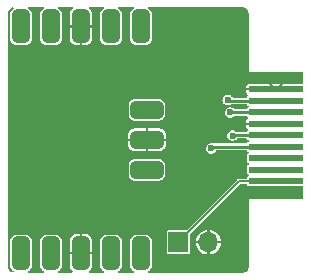
<source format=gbr>
%TF.GenerationSoftware,KiCad,Pcbnew,7.0.10*%
%TF.CreationDate,2024-02-18T21:52:23+13:00*%
%TF.ProjectId,dvi-sock,6476692d-736f-4636-9b2e-6b696361645f,rev?*%
%TF.SameCoordinates,Original*%
%TF.FileFunction,Copper,L2,Bot*%
%TF.FilePolarity,Positive*%
%FSLAX46Y46*%
G04 Gerber Fmt 4.6, Leading zero omitted, Abs format (unit mm)*
G04 Created by KiCad (PCBNEW 7.0.10) date 2024-02-18 21:52:23*
%MOMM*%
%LPD*%
G01*
G04 APERTURE LIST*
G04 Aperture macros list*
%AMRoundRect*
0 Rectangle with rounded corners*
0 $1 Rounding radius*
0 $2 $3 $4 $5 $6 $7 $8 $9 X,Y pos of 4 corners*
0 Add a 4 corners polygon primitive as box body*
4,1,4,$2,$3,$4,$5,$6,$7,$8,$9,$2,$3,0*
0 Add four circle primitives for the rounded corners*
1,1,$1+$1,$2,$3*
1,1,$1+$1,$4,$5*
1,1,$1+$1,$6,$7*
1,1,$1+$1,$8,$9*
0 Add four rect primitives between the rounded corners*
20,1,$1+$1,$2,$3,$4,$5,0*
20,1,$1+$1,$4,$5,$6,$7,0*
20,1,$1+$1,$6,$7,$8,$9,0*
20,1,$1+$1,$8,$9,$2,$3,0*%
G04 Aperture macros list end*
%TA.AperFunction,SMDPad,CuDef*%
%ADD10R,4.600000X0.530000*%
%TD*%
%TA.AperFunction,ComponentPad*%
%ADD11R,1.700000X1.700000*%
%TD*%
%TA.AperFunction,ComponentPad*%
%ADD12O,1.700000X1.700000*%
%TD*%
%TA.AperFunction,ComponentPad*%
%ADD13RoundRect,0.381000X-0.381000X-1.019000X0.381000X-1.019000X0.381000X1.019000X-0.381000X1.019000X0*%
%TD*%
%TA.AperFunction,ComponentPad*%
%ADD14C,0.700000*%
%TD*%
%TA.AperFunction,ComponentPad*%
%ADD15RoundRect,0.381000X0.381000X1.019000X-0.381000X1.019000X-0.381000X-1.019000X0.381000X-1.019000X0*%
%TD*%
%TA.AperFunction,ComponentPad*%
%ADD16RoundRect,0.381000X1.019000X-0.381000X1.019000X0.381000X-1.019000X0.381000X-1.019000X-0.381000X0*%
%TD*%
%TA.AperFunction,ViaPad*%
%ADD17C,0.600000*%
%TD*%
%TA.AperFunction,Conductor*%
%ADD18C,0.130000*%
%TD*%
%TA.AperFunction,Conductor*%
%ADD19C,0.250000*%
%TD*%
G04 APERTURE END LIST*
D10*
%TO.P,U1,18 +5V PWR*%
%TO.N,+5V*%
X164426455Y-88494222D03*
%TO.P,U1,16 DDC*%
%TO.N,N/C*%
X164426455Y-87524222D03*
%TO.P,U1,14 HEAC-*%
X164426455Y-86554222D03*
%TO.P,U1,12 TMDS CLK-*%
%TO.N,/CK-*%
X164426455Y-85584222D03*
%TO.P,U1,10 TMDS CLK+*%
%TO.N,/CK+*%
X164426455Y-84614222D03*
%TO.P,U1,8 TMDS Channel 0 GND*%
%TO.N,GND*%
X164426455Y-83644222D03*
%TO.P,U1,6 TMDS Channel 1 -*%
%TO.N,/D1-*%
X164426455Y-82674222D03*
%TO.P,U1,4 TMDS Channel 1+*%
%TO.N,/D1+*%
X164426455Y-81704222D03*
%TO.P,U1,2 TMDS Channel 2 GND*%
%TO.N,GND*%
X164426455Y-80734222D03*
%TD*%
D11*
%TO.P,J5,1,Pin_1*%
%TO.N,+5V*%
X156170212Y-93667214D03*
D12*
%TO.P,J5,2,Pin_2*%
%TO.N,GND*%
X158710212Y-93667214D03*
%TD*%
D13*
%TO.P,J1,1,Pin_1*%
%TO.N,/PICO_D0+*%
X142840000Y-94600000D03*
D14*
X142840000Y-95500000D03*
D13*
%TO.P,J1,2,Pin_2*%
%TO.N,/PICO_D0-*%
X145380000Y-94600000D03*
D14*
X145380000Y-95500000D03*
D13*
%TO.P,J1,3,Pin_3*%
%TO.N,GND*%
X147920000Y-94600000D03*
D14*
X147920000Y-95500000D03*
D13*
%TO.P,J1,4,Pin_4*%
%TO.N,/PICO_CK+*%
X150460000Y-94600000D03*
D14*
X150460000Y-95500000D03*
D13*
%TO.P,J1,5,Pin_5*%
%TO.N,/PICO_CK-*%
X153000000Y-94600000D03*
D14*
X153000000Y-95500000D03*
%TD*%
D15*
%TO.P,J2,1,Pin_1*%
%TO.N,/PICO_D2+*%
X153000000Y-75400000D03*
D14*
X153000000Y-74500000D03*
D15*
%TO.P,J2,2,Pin_2*%
%TO.N,/PICO_D2-*%
X150460000Y-75400000D03*
D14*
X150460000Y-74500000D03*
D15*
%TO.P,J2,3,Pin_3*%
%TO.N,GND*%
X147920000Y-75400000D03*
D14*
X147920000Y-74500000D03*
D15*
%TO.P,J2,4,Pin_4*%
%TO.N,/PICO_D1+*%
X145380000Y-75400000D03*
D14*
X145380000Y-74500000D03*
D15*
%TO.P,J2,5,Pin_5*%
%TO.N,/PICO_D1-*%
X142840000Y-75400000D03*
D14*
X142840000Y-74500000D03*
%TD*%
D16*
%TO.P,J3,1,Pin_1*%
%TO.N,unconnected-(J3-Pin_1-Pad1)*%
X153500000Y-87540000D03*
D14*
X154400000Y-87540000D03*
D16*
%TO.P,J3,2,Pin_2*%
%TO.N,GND*%
X153500000Y-85000000D03*
D14*
X154400000Y-85000000D03*
D16*
%TO.P,J3,3,Pin_3*%
%TO.N,unconnected-(J3-Pin_3-Pad3)*%
X153500000Y-82460000D03*
D14*
X154400000Y-82460000D03*
%TD*%
D17*
%TO.N,/D1+*%
X160354214Y-81634126D03*
%TO.N,/D1-*%
X160547031Y-82688189D03*
%TO.N,/CK+*%
X160752702Y-84642061D03*
%TO.N,/CK-*%
X158943771Y-85736178D03*
%TO.N,GND*%
X155350000Y-82600000D03*
X143260000Y-77370000D03*
X156010000Y-89470000D03*
X158440000Y-79620000D03*
X154500000Y-86300000D03*
X150950000Y-92570000D03*
X157430000Y-80520000D03*
X157540000Y-89750000D03*
X157450000Y-82250000D03*
X154800000Y-74250000D03*
X152600000Y-92600000D03*
X157500000Y-83750000D03*
X154600000Y-81200000D03*
X143300000Y-92500000D03*
X142300000Y-85000000D03*
X154950000Y-95800000D03*
X144900000Y-92500000D03*
X152670000Y-77280000D03*
X155250000Y-79600000D03*
X158200000Y-74250000D03*
X154500000Y-83700000D03*
X157500000Y-85300000D03*
X154500000Y-88800000D03*
X158100000Y-95800000D03*
X144990000Y-77350000D03*
X150950000Y-77440000D03*
%TD*%
D18*
%TO.N,GND*%
X164426455Y-83644222D02*
X157605778Y-83644222D01*
X157605778Y-83644222D02*
X157500000Y-83750000D01*
X164426455Y-80734222D02*
X157644222Y-80734222D01*
X157644222Y-80734222D02*
X157430000Y-80520000D01*
D19*
%TO.N,/D1+*%
X160374126Y-81704222D02*
X160444222Y-81704222D01*
X160354214Y-81634126D02*
X160374126Y-81704222D01*
X160514318Y-81704222D02*
X160354214Y-81634126D01*
X164426455Y-81704222D02*
X160514318Y-81704222D01*
%TO.N,/D1-*%
X160656033Y-82674222D02*
X160670000Y-82674222D01*
X160547031Y-82688189D02*
X160656033Y-82674222D01*
X160683967Y-82674222D02*
X160547031Y-82688189D01*
X164426455Y-82674222D02*
X160683967Y-82674222D01*
%TO.N,/CK+*%
X160786383Y-84614222D02*
X160814222Y-84614222D01*
X160752702Y-84642061D02*
X160786383Y-84614222D01*
X160842061Y-84614222D02*
X160752702Y-84642061D01*
X164426455Y-84614222D02*
X160842061Y-84614222D01*
%TO.N,/CK-*%
X164426455Y-85584222D02*
X159095727Y-85584222D01*
X159095727Y-85584222D02*
X158943771Y-85736178D01*
D18*
%TO.N,+5V*%
X164426455Y-88494222D02*
X161343204Y-88494222D01*
X161343204Y-88494222D02*
X156170212Y-93667214D01*
%TD*%
%TA.AperFunction,Conductor*%
%TO.N,GND*%
G36*
X144781875Y-73777813D02*
G01*
X144807185Y-73821650D01*
X144798395Y-73871500D01*
X144761456Y-73903341D01*
X144736057Y-73913356D01*
X144619639Y-74001638D01*
X144619638Y-74001639D01*
X144531356Y-74118057D01*
X144477757Y-74253976D01*
X144467500Y-74339387D01*
X144467500Y-76460612D01*
X144467501Y-76460614D01*
X144477755Y-76546016D01*
X144477756Y-76546020D01*
X144531356Y-76681942D01*
X144554157Y-76712009D01*
X144619639Y-76798361D01*
X144736057Y-76886643D01*
X144871977Y-76940243D01*
X144957389Y-76950500D01*
X145802610Y-76950499D01*
X145802612Y-76950499D01*
X145802612Y-76950498D01*
X145867963Y-76942651D01*
X145888016Y-76940244D01*
X145888017Y-76940243D01*
X145888023Y-76940243D01*
X146023943Y-76886643D01*
X146140361Y-76798361D01*
X146228643Y-76681943D01*
X146282243Y-76546023D01*
X146292500Y-76460611D01*
X146292500Y-75500000D01*
X146958001Y-75500000D01*
X146958001Y-76457075D01*
X146972954Y-76570668D01*
X146972955Y-76570672D01*
X147031497Y-76712005D01*
X147031499Y-76712009D01*
X147124623Y-76833371D01*
X147124628Y-76833376D01*
X147245990Y-76926500D01*
X147245994Y-76926502D01*
X147387329Y-76985045D01*
X147500924Y-76999999D01*
X147820000Y-76999999D01*
X147820000Y-76590764D01*
X147884237Y-76600000D01*
X147955763Y-76600000D01*
X148020000Y-76590764D01*
X148020000Y-76999999D01*
X148339075Y-76999999D01*
X148452668Y-76985045D01*
X148452672Y-76985044D01*
X148594005Y-76926502D01*
X148594009Y-76926500D01*
X148715371Y-76833376D01*
X148715376Y-76833371D01*
X148808500Y-76712009D01*
X148808502Y-76712005D01*
X148867045Y-76570670D01*
X148882000Y-76457075D01*
X148882000Y-75500000D01*
X148020000Y-75500000D01*
X148020000Y-75609235D01*
X147955763Y-75600000D01*
X147884237Y-75600000D01*
X147820000Y-75609235D01*
X147820000Y-75500000D01*
X146958001Y-75500000D01*
X146292500Y-75500000D01*
X146292499Y-74339390D01*
X146282348Y-74254850D01*
X146282244Y-74253983D01*
X146282243Y-74253979D01*
X146282243Y-74253977D01*
X146228643Y-74118057D01*
X146140361Y-74001639D01*
X146094186Y-73966623D01*
X146023942Y-73913356D01*
X145998544Y-73903341D01*
X145960645Y-73869785D01*
X145953182Y-73819719D01*
X145979647Y-73776570D01*
X146025691Y-73760500D01*
X147175258Y-73760500D01*
X147222824Y-73777813D01*
X147248134Y-73821650D01*
X147239344Y-73871500D01*
X147220306Y-73893208D01*
X147124628Y-73966623D01*
X147124623Y-73966628D01*
X147031499Y-74087990D01*
X147031497Y-74087994D01*
X146972954Y-74229329D01*
X146958000Y-74342924D01*
X146958000Y-75300000D01*
X148881999Y-75300000D01*
X148881999Y-74342924D01*
X148867045Y-74229331D01*
X148867044Y-74229327D01*
X148808502Y-74087994D01*
X148808500Y-74087990D01*
X148715376Y-73966628D01*
X148715371Y-73966623D01*
X148619694Y-73893208D01*
X148592496Y-73850517D01*
X148599103Y-73800331D01*
X148636423Y-73766133D01*
X148664742Y-73760500D01*
X149814309Y-73760500D01*
X149861875Y-73777813D01*
X149887185Y-73821650D01*
X149878395Y-73871500D01*
X149841456Y-73903341D01*
X149816057Y-73913356D01*
X149699639Y-74001638D01*
X149699638Y-74001639D01*
X149611356Y-74118057D01*
X149557757Y-74253976D01*
X149547500Y-74339387D01*
X149547500Y-76460612D01*
X149547501Y-76460614D01*
X149557755Y-76546016D01*
X149557756Y-76546020D01*
X149611356Y-76681942D01*
X149634157Y-76712009D01*
X149699639Y-76798361D01*
X149816057Y-76886643D01*
X149951977Y-76940243D01*
X150037389Y-76950500D01*
X150882610Y-76950499D01*
X150882612Y-76950499D01*
X150882612Y-76950498D01*
X150947963Y-76942651D01*
X150968016Y-76940244D01*
X150968017Y-76940243D01*
X150968023Y-76940243D01*
X151103943Y-76886643D01*
X151220361Y-76798361D01*
X151308643Y-76681943D01*
X151362243Y-76546023D01*
X151372500Y-76460611D01*
X151372499Y-74339390D01*
X151362348Y-74254850D01*
X151362244Y-74253983D01*
X151362243Y-74253979D01*
X151362243Y-74253977D01*
X151308643Y-74118057D01*
X151220361Y-74001639D01*
X151174186Y-73966623D01*
X151103942Y-73913356D01*
X151078544Y-73903341D01*
X151040645Y-73869785D01*
X151033182Y-73819719D01*
X151059647Y-73776570D01*
X151105691Y-73760500D01*
X152354309Y-73760500D01*
X152401875Y-73777813D01*
X152427185Y-73821650D01*
X152418395Y-73871500D01*
X152381456Y-73903341D01*
X152356057Y-73913356D01*
X152239639Y-74001638D01*
X152239638Y-74001639D01*
X152151356Y-74118057D01*
X152097757Y-74253976D01*
X152087500Y-74339387D01*
X152087500Y-76460612D01*
X152087501Y-76460614D01*
X152097755Y-76546016D01*
X152097756Y-76546020D01*
X152151356Y-76681942D01*
X152174157Y-76712009D01*
X152239639Y-76798361D01*
X152356057Y-76886643D01*
X152491977Y-76940243D01*
X152577389Y-76950500D01*
X153422610Y-76950499D01*
X153422612Y-76950499D01*
X153422612Y-76950498D01*
X153487963Y-76942651D01*
X153508016Y-76940244D01*
X153508017Y-76940243D01*
X153508023Y-76940243D01*
X153643943Y-76886643D01*
X153760361Y-76798361D01*
X153848643Y-76681943D01*
X153902243Y-76546023D01*
X153912500Y-76460611D01*
X153912499Y-74339390D01*
X153902348Y-74254850D01*
X153902244Y-74253983D01*
X153902243Y-74253979D01*
X153902243Y-74253977D01*
X153848643Y-74118057D01*
X153760361Y-74001639D01*
X153714186Y-73966623D01*
X153643942Y-73913356D01*
X153618544Y-73903341D01*
X153580645Y-73869785D01*
X153573182Y-73819719D01*
X153599647Y-73776570D01*
X153645691Y-73760500D01*
X161587689Y-73760500D01*
X161591429Y-73760997D01*
X161597225Y-73760704D01*
X161605802Y-73760767D01*
X161705792Y-73767336D01*
X161722602Y-73770418D01*
X161814285Y-73798499D01*
X161829947Y-73805365D01*
X161912720Y-73853736D01*
X161926391Y-73864013D01*
X161995857Y-73930102D01*
X162006802Y-73943244D01*
X162059234Y-74023505D01*
X162066871Y-74038808D01*
X162099480Y-74128971D01*
X162103399Y-74145619D01*
X162115006Y-74245760D01*
X162115498Y-74254297D01*
X162115495Y-74267509D01*
X162115500Y-74267534D01*
X162115500Y-79212396D01*
X162114634Y-79216751D01*
X162114634Y-79229200D01*
X162115500Y-79231288D01*
X162117964Y-79237236D01*
X162126000Y-79240565D01*
X162138462Y-79240565D01*
X162142810Y-79239700D01*
X166652000Y-79239700D01*
X166699566Y-79257013D01*
X166724876Y-79300850D01*
X166726000Y-79313700D01*
X166726000Y-80195222D01*
X166708687Y-80242788D01*
X166664850Y-80268098D01*
X166652000Y-80269222D01*
X165032876Y-80269222D01*
X164478781Y-80823317D01*
X164432905Y-80844709D01*
X164384010Y-80831608D01*
X164374129Y-80823317D01*
X163820034Y-80269222D01*
X164102876Y-80269222D01*
X164426455Y-80592801D01*
X164750034Y-80269222D01*
X164102876Y-80269222D01*
X163820034Y-80269222D01*
X162106758Y-80269222D01*
X162048419Y-80280825D01*
X161982263Y-80325029D01*
X161982262Y-80325030D01*
X161938058Y-80391186D01*
X161926455Y-80449524D01*
X161926455Y-81018919D01*
X161938058Y-81077257D01*
X161982262Y-81143413D01*
X161982263Y-81143414D01*
X162048182Y-81187459D01*
X162078114Y-81228280D01*
X162074803Y-81278791D01*
X162048184Y-81310516D01*
X162017951Y-81330717D01*
X162017950Y-81330718D01*
X161984688Y-81380499D01*
X161983637Y-81383038D01*
X161981255Y-81385636D01*
X161980639Y-81386560D01*
X161980496Y-81386465D01*
X161949441Y-81420359D01*
X161915269Y-81428722D01*
X160803222Y-81428722D01*
X160755656Y-81411409D01*
X160740843Y-81391950D01*
X160739960Y-81392518D01*
X160737098Y-81388065D01*
X160652266Y-81290162D01*
X160652264Y-81290161D01*
X160652263Y-81290159D01*
X160585246Y-81247090D01*
X160543282Y-81220121D01*
X160418986Y-81183626D01*
X160289442Y-81183626D01*
X160165145Y-81220121D01*
X160056168Y-81290157D01*
X160056164Y-81290160D01*
X159971333Y-81388061D01*
X159971332Y-81388062D01*
X159971332Y-81388063D01*
X159960670Y-81411409D01*
X159917516Y-81505902D01*
X159899081Y-81634126D01*
X159917516Y-81762349D01*
X159917516Y-81762350D01*
X159917517Y-81762352D01*
X159971332Y-81880189D01*
X160056165Y-81978093D01*
X160165145Y-82048130D01*
X160289442Y-82084626D01*
X160418986Y-82084626D01*
X160543283Y-82048130D01*
X160631449Y-81991468D01*
X160671456Y-81979722D01*
X161915269Y-81979722D01*
X161962835Y-81997035D01*
X161983637Y-82025406D01*
X161984688Y-82027944D01*
X161990997Y-82037387D01*
X162017951Y-82077726D01*
X162067733Y-82110989D01*
X162096162Y-82116644D01*
X162139437Y-82142904D01*
X162155707Y-82190837D01*
X162137361Y-82238014D01*
X162096162Y-82261799D01*
X162086287Y-82263764D01*
X162067732Y-82267455D01*
X162017951Y-82300717D01*
X162017950Y-82300718D01*
X161984688Y-82350499D01*
X161983637Y-82353038D01*
X161981255Y-82355636D01*
X161980639Y-82356560D01*
X161980496Y-82356465D01*
X161949441Y-82390359D01*
X161915269Y-82398722D01*
X160926099Y-82398722D01*
X160878533Y-82381409D01*
X160870177Y-82373186D01*
X160845080Y-82344222D01*
X160777385Y-82300717D01*
X160736099Y-82274184D01*
X160611803Y-82237689D01*
X160482259Y-82237689D01*
X160357962Y-82274184D01*
X160248985Y-82344220D01*
X160248981Y-82344223D01*
X160164150Y-82442124D01*
X160110333Y-82559965D01*
X160091898Y-82688189D01*
X160110333Y-82816412D01*
X160110333Y-82816413D01*
X160110334Y-82816415D01*
X160164149Y-82934252D01*
X160248982Y-83032156D01*
X160357962Y-83102193D01*
X160482259Y-83138689D01*
X160611803Y-83138689D01*
X160736100Y-83102193D01*
X160845080Y-83032156D01*
X160894377Y-82975262D01*
X160938610Y-82950652D01*
X160950303Y-82949722D01*
X161915269Y-82949722D01*
X161962835Y-82967035D01*
X161983637Y-82995406D01*
X161984688Y-82997944D01*
X162017950Y-83047725D01*
X162017951Y-83047726D01*
X162048182Y-83067926D01*
X162078114Y-83108748D01*
X162074803Y-83159258D01*
X162048182Y-83190984D01*
X161982263Y-83235029D01*
X161982262Y-83235030D01*
X161938058Y-83301186D01*
X161926455Y-83359524D01*
X161926455Y-83928919D01*
X161938058Y-83987257D01*
X161982262Y-84053413D01*
X161982263Y-84053414D01*
X162048182Y-84097459D01*
X162078114Y-84138280D01*
X162074803Y-84188791D01*
X162048184Y-84220516D01*
X162017951Y-84240717D01*
X162017950Y-84240718D01*
X161984688Y-84290499D01*
X161983637Y-84293038D01*
X161981255Y-84295636D01*
X161980639Y-84296560D01*
X161980496Y-84296465D01*
X161949441Y-84330359D01*
X161915269Y-84338722D01*
X161119750Y-84338722D01*
X161072184Y-84321409D01*
X161063825Y-84313182D01*
X161050755Y-84298098D01*
X161050753Y-84298096D01*
X161050751Y-84298094D01*
X160961472Y-84240718D01*
X160941770Y-84228056D01*
X160817474Y-84191561D01*
X160687930Y-84191561D01*
X160563633Y-84228056D01*
X160454656Y-84298092D01*
X160454652Y-84298095D01*
X160369821Y-84395996D01*
X160316004Y-84513837D01*
X160297569Y-84642061D01*
X160316004Y-84770284D01*
X160316004Y-84770285D01*
X160316005Y-84770287D01*
X160369820Y-84888124D01*
X160454653Y-84986028D01*
X160563633Y-85056065D01*
X160687930Y-85092561D01*
X160817474Y-85092561D01*
X160941771Y-85056065D01*
X161050751Y-84986028D01*
X161112068Y-84915262D01*
X161156301Y-84890652D01*
X161167994Y-84889722D01*
X161915269Y-84889722D01*
X161962835Y-84907035D01*
X161983637Y-84935406D01*
X161984688Y-84937944D01*
X162016813Y-84986024D01*
X162017951Y-84987726D01*
X162067733Y-85020989D01*
X162096162Y-85026644D01*
X162139437Y-85052904D01*
X162155707Y-85100837D01*
X162137361Y-85148014D01*
X162096162Y-85171799D01*
X162086287Y-85173764D01*
X162067732Y-85177455D01*
X162017951Y-85210717D01*
X162017950Y-85210718D01*
X161984688Y-85260499D01*
X161983637Y-85263038D01*
X161981255Y-85265636D01*
X161980639Y-85266560D01*
X161980496Y-85266465D01*
X161949441Y-85300359D01*
X161915269Y-85308722D01*
X159130147Y-85308722D01*
X159115710Y-85307300D01*
X159095727Y-85303325D01*
X159088440Y-85303325D01*
X159088440Y-85302588D01*
X159062135Y-85301413D01*
X159008543Y-85285678D01*
X158878999Y-85285678D01*
X158754702Y-85322173D01*
X158645725Y-85392209D01*
X158645721Y-85392212D01*
X158560890Y-85490113D01*
X158507073Y-85607954D01*
X158488638Y-85736178D01*
X158507073Y-85864401D01*
X158507073Y-85864402D01*
X158507074Y-85864404D01*
X158560889Y-85982241D01*
X158645722Y-86080145D01*
X158754702Y-86150182D01*
X158878999Y-86186678D01*
X159008543Y-86186678D01*
X159132840Y-86150182D01*
X159241820Y-86080145D01*
X159326653Y-85982241D01*
X159362850Y-85902980D01*
X159398359Y-85866905D01*
X159430163Y-85859722D01*
X161915269Y-85859722D01*
X161962835Y-85877035D01*
X161983637Y-85905406D01*
X161984688Y-85907944D01*
X162010813Y-85947044D01*
X162017951Y-85957726D01*
X162067733Y-85990989D01*
X162096162Y-85996644D01*
X162139437Y-86022904D01*
X162155707Y-86070837D01*
X162137361Y-86118014D01*
X162096162Y-86141799D01*
X162086287Y-86143764D01*
X162067732Y-86147455D01*
X162017951Y-86180717D01*
X162017950Y-86180718D01*
X161984688Y-86230499D01*
X161984688Y-86230500D01*
X161975955Y-86274402D01*
X161975955Y-86834042D01*
X161984688Y-86877944D01*
X162017951Y-86927726D01*
X162067733Y-86960989D01*
X162096162Y-86966644D01*
X162139437Y-86992904D01*
X162155707Y-87040837D01*
X162137361Y-87088014D01*
X162096162Y-87111799D01*
X162086287Y-87113764D01*
X162067732Y-87117455D01*
X162017951Y-87150717D01*
X162017950Y-87150718D01*
X161984688Y-87200499D01*
X161984688Y-87200500D01*
X161975955Y-87244402D01*
X161975955Y-87804042D01*
X161984688Y-87847944D01*
X162017951Y-87897726D01*
X162067733Y-87930989D01*
X162096162Y-87936644D01*
X162139437Y-87962904D01*
X162155707Y-88010837D01*
X162137361Y-88058014D01*
X162096162Y-88081799D01*
X162086287Y-88083764D01*
X162067732Y-88087455D01*
X162017951Y-88120717D01*
X162017950Y-88120718D01*
X161984688Y-88170499D01*
X161975246Y-88217967D01*
X161973482Y-88217616D01*
X161954321Y-88257598D01*
X161908221Y-88278504D01*
X161902551Y-88278722D01*
X161350778Y-88278722D01*
X161346906Y-88278621D01*
X161308739Y-88276620D01*
X161287242Y-88284871D01*
X161276116Y-88288166D01*
X161253598Y-88292953D01*
X161253593Y-88292955D01*
X161249743Y-88295752D01*
X161247370Y-88297476D01*
X161230396Y-88306693D01*
X161223212Y-88309450D01*
X161206927Y-88325734D01*
X161198105Y-88333269D01*
X161179478Y-88346803D01*
X161175631Y-88353466D01*
X161163874Y-88368787D01*
X156887623Y-92645040D01*
X156841747Y-92666432D01*
X156835297Y-92666714D01*
X155305392Y-92666714D01*
X155283441Y-92671080D01*
X155261489Y-92675447D01*
X155211708Y-92708709D01*
X155211707Y-92708710D01*
X155178445Y-92758491D01*
X155178445Y-92758492D01*
X155169712Y-92802394D01*
X155169712Y-94532034D01*
X155178445Y-94575936D01*
X155211708Y-94625718D01*
X155261490Y-94658981D01*
X155305392Y-94667714D01*
X155305393Y-94667714D01*
X157035031Y-94667714D01*
X157035032Y-94667714D01*
X157078934Y-94658981D01*
X157128716Y-94625718D01*
X157161979Y-94575936D01*
X157170712Y-94532034D01*
X157170712Y-93767214D01*
X157664980Y-93767214D01*
X157675404Y-93873051D01*
X157735445Y-94070978D01*
X157832943Y-94253383D01*
X157832949Y-94253392D01*
X157964157Y-94413268D01*
X158124033Y-94544476D01*
X158124042Y-94544482D01*
X158306447Y-94641980D01*
X158504374Y-94702021D01*
X158610212Y-94712444D01*
X158610212Y-94157978D01*
X158674449Y-94167214D01*
X158745975Y-94167214D01*
X158810212Y-94157978D01*
X158810212Y-94712444D01*
X158916049Y-94702021D01*
X159113976Y-94641980D01*
X159296381Y-94544482D01*
X159296390Y-94544476D01*
X159456266Y-94413268D01*
X159587474Y-94253392D01*
X159587480Y-94253383D01*
X159684978Y-94070978D01*
X159745019Y-93873051D01*
X159755444Y-93767214D01*
X159201958Y-93767214D01*
X159210212Y-93739103D01*
X159210212Y-93595325D01*
X159201958Y-93567214D01*
X159755443Y-93567214D01*
X159745019Y-93461376D01*
X159684978Y-93263449D01*
X159587480Y-93081044D01*
X159587474Y-93081035D01*
X159456266Y-92921159D01*
X159296390Y-92789951D01*
X159296381Y-92789945D01*
X159113976Y-92692447D01*
X158916049Y-92632406D01*
X158810212Y-92621982D01*
X158810212Y-93176449D01*
X158745975Y-93167214D01*
X158674449Y-93167214D01*
X158610212Y-93176449D01*
X158610212Y-92621982D01*
X158504374Y-92632406D01*
X158306447Y-92692447D01*
X158124042Y-92789945D01*
X158124033Y-92789951D01*
X157964157Y-92921159D01*
X157832949Y-93081035D01*
X157832943Y-93081044D01*
X157735445Y-93263449D01*
X157675404Y-93461376D01*
X157664980Y-93567214D01*
X158218466Y-93567214D01*
X158210212Y-93595325D01*
X158210212Y-93739103D01*
X158218466Y-93767214D01*
X157664980Y-93767214D01*
X157170712Y-93767214D01*
X157170712Y-93002129D01*
X157188025Y-92954563D01*
X157192386Y-92949803D01*
X161410793Y-88731396D01*
X161456669Y-88710004D01*
X161463119Y-88709722D01*
X161902551Y-88709722D01*
X161950117Y-88727035D01*
X161975203Y-88770485D01*
X161975246Y-88770477D01*
X161975270Y-88770601D01*
X161975427Y-88770872D01*
X161975653Y-88772525D01*
X161975955Y-88774042D01*
X161984688Y-88817944D01*
X162017951Y-88867726D01*
X162067733Y-88900989D01*
X162111635Y-88909722D01*
X166652000Y-88909722D01*
X166699566Y-88927035D01*
X166724876Y-88970872D01*
X166726000Y-88983722D01*
X166726000Y-89914700D01*
X166708687Y-89962266D01*
X166664850Y-89987576D01*
X166652000Y-89988700D01*
X162142809Y-89988700D01*
X162138461Y-89987835D01*
X162125998Y-89987835D01*
X162123911Y-89988699D01*
X162123912Y-89988700D01*
X162117963Y-89991164D01*
X162114635Y-89999199D01*
X162114635Y-90011661D01*
X162115500Y-90016010D01*
X162115500Y-95735643D01*
X162115492Y-95735697D01*
X162115497Y-95745158D01*
X162114869Y-95754816D01*
X162100264Y-95866218D01*
X162095272Y-95884887D01*
X162054193Y-95984184D01*
X162044535Y-96000926D01*
X161979144Y-96086201D01*
X161965482Y-96099870D01*
X161880244Y-96165303D01*
X161863509Y-96174969D01*
X161764228Y-96216103D01*
X161745559Y-96221105D01*
X161633492Y-96235855D01*
X161623847Y-96236488D01*
X153650196Y-96237727D01*
X153602628Y-96220422D01*
X153577311Y-96176588D01*
X153586093Y-96126737D01*
X153623040Y-96094886D01*
X153643940Y-96086644D01*
X153643939Y-96086644D01*
X153643943Y-96086643D01*
X153760361Y-95998361D01*
X153848643Y-95881943D01*
X153902243Y-95746023D01*
X153912500Y-95660611D01*
X153912499Y-93539390D01*
X153904773Y-93475048D01*
X153902244Y-93453983D01*
X153902243Y-93453979D01*
X153902243Y-93453977D01*
X153848643Y-93318057D01*
X153760361Y-93201639D01*
X153714186Y-93166623D01*
X153643942Y-93113356D01*
X153508023Y-93059757D01*
X153422612Y-93049500D01*
X152577387Y-93049500D01*
X152577385Y-93049501D01*
X152491983Y-93059755D01*
X152491979Y-93059756D01*
X152356057Y-93113356D01*
X152239639Y-93201638D01*
X152239638Y-93201639D01*
X152151356Y-93318057D01*
X152097757Y-93453976D01*
X152087500Y-93539387D01*
X152087500Y-95660612D01*
X152087501Y-95660614D01*
X152097755Y-95746016D01*
X152097756Y-95746020D01*
X152097756Y-95746022D01*
X152097757Y-95746023D01*
X152097983Y-95746595D01*
X152151356Y-95881942D01*
X152236901Y-95994750D01*
X152239639Y-95998361D01*
X152356057Y-96086643D01*
X152374548Y-96093935D01*
X152377472Y-96095088D01*
X152415371Y-96128643D01*
X152422835Y-96178709D01*
X152396371Y-96221859D01*
X152350338Y-96237929D01*
X151109196Y-96238122D01*
X151061627Y-96220817D01*
X151036310Y-96176983D01*
X151045092Y-96127132D01*
X151082037Y-96095281D01*
X151103943Y-96086643D01*
X151220361Y-95998361D01*
X151308643Y-95881943D01*
X151362243Y-95746023D01*
X151372500Y-95660611D01*
X151372499Y-93539390D01*
X151364773Y-93475048D01*
X151362244Y-93453983D01*
X151362243Y-93453979D01*
X151362243Y-93453977D01*
X151308643Y-93318057D01*
X151220361Y-93201639D01*
X151174186Y-93166623D01*
X151103942Y-93113356D01*
X150968023Y-93059757D01*
X150882612Y-93049500D01*
X150037387Y-93049500D01*
X150037385Y-93049501D01*
X149951983Y-93059755D01*
X149951979Y-93059756D01*
X149816057Y-93113356D01*
X149699639Y-93201638D01*
X149699638Y-93201639D01*
X149611356Y-93318057D01*
X149557757Y-93453976D01*
X149547500Y-93539387D01*
X149547500Y-95660612D01*
X149547501Y-95660614D01*
X149557755Y-95746016D01*
X149557756Y-95746020D01*
X149557756Y-95746022D01*
X149557757Y-95746023D01*
X149557983Y-95746595D01*
X149611356Y-95881942D01*
X149696901Y-95994750D01*
X149699639Y-95998361D01*
X149816057Y-96086643D01*
X149838472Y-96095482D01*
X149876371Y-96129036D01*
X149883835Y-96179102D01*
X149857371Y-96222252D01*
X149811338Y-96238323D01*
X148666054Y-96238501D01*
X148618485Y-96221196D01*
X148593168Y-96177362D01*
X148601950Y-96127511D01*
X148620994Y-96105792D01*
X148715375Y-96033372D01*
X148715376Y-96033371D01*
X148808500Y-95912009D01*
X148808502Y-95912005D01*
X148867045Y-95770670D01*
X148882000Y-95657075D01*
X148882000Y-94700000D01*
X146958001Y-94700000D01*
X146958001Y-95657075D01*
X146972954Y-95770668D01*
X146972955Y-95770672D01*
X147031497Y-95912005D01*
X147031499Y-95912009D01*
X147124623Y-96033371D01*
X147124628Y-96033376D01*
X147219307Y-96106025D01*
X147246505Y-96148716D01*
X147239898Y-96198902D01*
X147202578Y-96233100D01*
X147174271Y-96238733D01*
X146027193Y-96238912D01*
X145979624Y-96221607D01*
X145954307Y-96177773D01*
X145963089Y-96127922D01*
X146000035Y-96096071D01*
X146023943Y-96086643D01*
X146140361Y-95998361D01*
X146228643Y-95881943D01*
X146282243Y-95746023D01*
X146292500Y-95660611D01*
X146292499Y-94500000D01*
X146958000Y-94500000D01*
X147820000Y-94500000D01*
X147820000Y-94390764D01*
X147884237Y-94400000D01*
X147955763Y-94400000D01*
X148020000Y-94390764D01*
X148020000Y-94500000D01*
X148881999Y-94500000D01*
X148881999Y-93542924D01*
X148867045Y-93429331D01*
X148867044Y-93429327D01*
X148808502Y-93287994D01*
X148808500Y-93287990D01*
X148715376Y-93166628D01*
X148715371Y-93166623D01*
X148594009Y-93073499D01*
X148594005Y-93073497D01*
X148452670Y-93014954D01*
X148339075Y-93000000D01*
X148020000Y-93000000D01*
X148020000Y-93409235D01*
X147955763Y-93400000D01*
X147884237Y-93400000D01*
X147820000Y-93409235D01*
X147820000Y-93000000D01*
X147500924Y-93000000D01*
X147387331Y-93014954D01*
X147387327Y-93014955D01*
X147245994Y-93073497D01*
X147245990Y-93073499D01*
X147124628Y-93166623D01*
X147124623Y-93166628D01*
X147031499Y-93287990D01*
X147031497Y-93287994D01*
X146972954Y-93429329D01*
X146958000Y-93542924D01*
X146958000Y-94500000D01*
X146292499Y-94500000D01*
X146292499Y-93539390D01*
X146284773Y-93475048D01*
X146282244Y-93453983D01*
X146282243Y-93453979D01*
X146282243Y-93453977D01*
X146228643Y-93318057D01*
X146140361Y-93201639D01*
X146094186Y-93166623D01*
X146023942Y-93113356D01*
X145888023Y-93059757D01*
X145802612Y-93049500D01*
X144957387Y-93049500D01*
X144957385Y-93049501D01*
X144871983Y-93059755D01*
X144871979Y-93059756D01*
X144736057Y-93113356D01*
X144619639Y-93201638D01*
X144619638Y-93201639D01*
X144531356Y-93318057D01*
X144477757Y-93453976D01*
X144467500Y-93539387D01*
X144467500Y-95660612D01*
X144467501Y-95660614D01*
X144477755Y-95746016D01*
X144477756Y-95746020D01*
X144477756Y-95746022D01*
X144477757Y-95746023D01*
X144477983Y-95746595D01*
X144531356Y-95881942D01*
X144616901Y-95994750D01*
X144619639Y-95998361D01*
X144736057Y-96086643D01*
X144736058Y-96086643D01*
X144736059Y-96086644D01*
X144760475Y-96096273D01*
X144798373Y-96129828D01*
X144805836Y-96179894D01*
X144779371Y-96223044D01*
X144733338Y-96239113D01*
X143486191Y-96239306D01*
X143438622Y-96222001D01*
X143413306Y-96178167D01*
X143422088Y-96128316D01*
X143459031Y-96096466D01*
X143483943Y-96086643D01*
X143600361Y-95998361D01*
X143688643Y-95881943D01*
X143742243Y-95746023D01*
X143752500Y-95660611D01*
X143752499Y-93539390D01*
X143744773Y-93475048D01*
X143742244Y-93453983D01*
X143742243Y-93453979D01*
X143742243Y-93453977D01*
X143688643Y-93318057D01*
X143600361Y-93201639D01*
X143554186Y-93166623D01*
X143483942Y-93113356D01*
X143348023Y-93059757D01*
X143262612Y-93049500D01*
X142417387Y-93049500D01*
X142417385Y-93049501D01*
X142331983Y-93059755D01*
X142331979Y-93059756D01*
X142196057Y-93113356D01*
X142079639Y-93201638D01*
X142079638Y-93201639D01*
X141991356Y-93318057D01*
X141937757Y-93453976D01*
X141927500Y-93539387D01*
X141927500Y-95660612D01*
X141927501Y-95660614D01*
X141937755Y-95746016D01*
X141937756Y-95746020D01*
X141937756Y-95746022D01*
X141937757Y-95746023D01*
X141937983Y-95746595D01*
X141991356Y-95881942D01*
X142079638Y-95998360D01*
X142079639Y-95998361D01*
X142196057Y-96086643D01*
X142200329Y-96089045D01*
X142233304Y-96127450D01*
X142233879Y-96178066D01*
X142201784Y-96217209D01*
X142154399Y-96226914D01*
X142132966Y-96224092D01*
X142114307Y-96219092D01*
X142014248Y-96177646D01*
X141997519Y-96167987D01*
X141911600Y-96102059D01*
X141897940Y-96088399D01*
X141832012Y-96002480D01*
X141822353Y-95985751D01*
X141780907Y-95885692D01*
X141775907Y-95867032D01*
X141768072Y-95807520D01*
X141761133Y-95754808D01*
X141760500Y-95745149D01*
X141760500Y-87962612D01*
X151949500Y-87962612D01*
X151949501Y-87962614D01*
X151959755Y-88048016D01*
X151959756Y-88048020D01*
X152013356Y-88183942D01*
X152089893Y-88284871D01*
X152101639Y-88300361D01*
X152218057Y-88388643D01*
X152353977Y-88442243D01*
X152439389Y-88452500D01*
X154560610Y-88452499D01*
X154560612Y-88452499D01*
X154560612Y-88452498D01*
X154625963Y-88444651D01*
X154646016Y-88442244D01*
X154646017Y-88442243D01*
X154646023Y-88442243D01*
X154781943Y-88388643D01*
X154898361Y-88300361D01*
X154986643Y-88183943D01*
X155040243Y-88048023D01*
X155050500Y-87962611D01*
X155050499Y-87117390D01*
X155040243Y-87031977D01*
X154986643Y-86896057D01*
X154898361Y-86779639D01*
X154781943Y-86691357D01*
X154781942Y-86691356D01*
X154646023Y-86637757D01*
X154560612Y-86627500D01*
X152439387Y-86627500D01*
X152439385Y-86627501D01*
X152353983Y-86637755D01*
X152353979Y-86637756D01*
X152218057Y-86691356D01*
X152101639Y-86779638D01*
X152101638Y-86779639D01*
X152013356Y-86896057D01*
X151959757Y-87031976D01*
X151949500Y-87117387D01*
X151949500Y-87962612D01*
X141760500Y-87962612D01*
X141760500Y-84900000D01*
X151900000Y-84900000D01*
X152308254Y-84900000D01*
X152300000Y-84928111D01*
X152300000Y-85071889D01*
X152308254Y-85100000D01*
X151900001Y-85100000D01*
X151900001Y-85419075D01*
X151914954Y-85532668D01*
X151914955Y-85532672D01*
X151973497Y-85674005D01*
X151973499Y-85674009D01*
X152066623Y-85795371D01*
X152066628Y-85795376D01*
X152187990Y-85888500D01*
X152187994Y-85888502D01*
X152329329Y-85947045D01*
X152442924Y-85961999D01*
X153400000Y-85961999D01*
X153400000Y-85100000D01*
X153291746Y-85100000D01*
X153300000Y-85071889D01*
X153300000Y-84928111D01*
X153291746Y-84900000D01*
X153400000Y-84900000D01*
X153400000Y-84038000D01*
X153600000Y-84038000D01*
X153600000Y-84900000D01*
X154226174Y-84900000D01*
X154200000Y-84954351D01*
X154200000Y-85045649D01*
X154226174Y-85100000D01*
X153600000Y-85100000D01*
X153600000Y-85961999D01*
X154557075Y-85961999D01*
X154670668Y-85947045D01*
X154670672Y-85947044D01*
X154812005Y-85888502D01*
X154812009Y-85888500D01*
X154933371Y-85795376D01*
X154933376Y-85795371D01*
X155026500Y-85674009D01*
X155026502Y-85674005D01*
X155085045Y-85532670D01*
X155100000Y-85419075D01*
X155100000Y-85100000D01*
X154573826Y-85100000D01*
X154600000Y-85045649D01*
X154600000Y-84954351D01*
X154573826Y-84900000D01*
X155099999Y-84900000D01*
X155099999Y-84580924D01*
X155085045Y-84467331D01*
X155085044Y-84467327D01*
X155026502Y-84325994D01*
X155026500Y-84325990D01*
X154933376Y-84204628D01*
X154933371Y-84204623D01*
X154812009Y-84111499D01*
X154812005Y-84111497D01*
X154670670Y-84052954D01*
X154557075Y-84038000D01*
X153600000Y-84038000D01*
X153400000Y-84038000D01*
X152442924Y-84038000D01*
X152329331Y-84052954D01*
X152329327Y-84052955D01*
X152187994Y-84111497D01*
X152187990Y-84111499D01*
X152066628Y-84204623D01*
X152066623Y-84204628D01*
X151973499Y-84325990D01*
X151973497Y-84325994D01*
X151914954Y-84467329D01*
X151900000Y-84580924D01*
X151900000Y-84900000D01*
X141760500Y-84900000D01*
X141760500Y-82882612D01*
X151949500Y-82882612D01*
X151949501Y-82882614D01*
X151959755Y-82968016D01*
X151959756Y-82968020D01*
X152013356Y-83103942D01*
X152039706Y-83138689D01*
X152101639Y-83220361D01*
X152218057Y-83308643D01*
X152353977Y-83362243D01*
X152439389Y-83372500D01*
X154560610Y-83372499D01*
X154560612Y-83372499D01*
X154560612Y-83372498D01*
X154625963Y-83364651D01*
X154646016Y-83362244D01*
X154646017Y-83362243D01*
X154646023Y-83362243D01*
X154781943Y-83308643D01*
X154898361Y-83220361D01*
X154986643Y-83103943D01*
X155040243Y-82968023D01*
X155050500Y-82882611D01*
X155050499Y-82037390D01*
X155044093Y-81984042D01*
X155040244Y-81951983D01*
X155040243Y-81951979D01*
X155040243Y-81951977D01*
X154986643Y-81816057D01*
X154898361Y-81699639D01*
X154781943Y-81611357D01*
X154781942Y-81611356D01*
X154646023Y-81557757D01*
X154560612Y-81547500D01*
X152439387Y-81547500D01*
X152439385Y-81547501D01*
X152353983Y-81557755D01*
X152353979Y-81557756D01*
X152218057Y-81611356D01*
X152101639Y-81699638D01*
X152101638Y-81699639D01*
X152013356Y-81816057D01*
X151959757Y-81951976D01*
X151949500Y-82037387D01*
X151949500Y-82882612D01*
X141760500Y-82882612D01*
X141760500Y-74254850D01*
X141761133Y-74245191D01*
X141763221Y-74229329D01*
X141775907Y-74132964D01*
X141780907Y-74114307D01*
X141822355Y-74014242D01*
X141832008Y-73997525D01*
X141897941Y-73911598D01*
X141911598Y-73897941D01*
X141997525Y-73832008D01*
X142014242Y-73822355D01*
X142114309Y-73780906D01*
X142132962Y-73775908D01*
X142154401Y-73773085D01*
X142203818Y-73784041D01*
X142234634Y-73824199D01*
X142232426Y-73874770D01*
X142200335Y-73910951D01*
X142196058Y-73913356D01*
X142079639Y-74001638D01*
X142079638Y-74001639D01*
X141991356Y-74118057D01*
X141937757Y-74253976D01*
X141927500Y-74339387D01*
X141927500Y-76460612D01*
X141927501Y-76460614D01*
X141937755Y-76546016D01*
X141937756Y-76546020D01*
X141991356Y-76681942D01*
X142014157Y-76712009D01*
X142079639Y-76798361D01*
X142196057Y-76886643D01*
X142331977Y-76940243D01*
X142417389Y-76950500D01*
X143262610Y-76950499D01*
X143262612Y-76950499D01*
X143262612Y-76950498D01*
X143327963Y-76942651D01*
X143348016Y-76940244D01*
X143348017Y-76940243D01*
X143348023Y-76940243D01*
X143483943Y-76886643D01*
X143600361Y-76798361D01*
X143688643Y-76681943D01*
X143742243Y-76546023D01*
X143752500Y-76460611D01*
X143752499Y-74339390D01*
X143742348Y-74254850D01*
X143742244Y-74253983D01*
X143742243Y-74253979D01*
X143742243Y-74253977D01*
X143688643Y-74118057D01*
X143600361Y-74001639D01*
X143554186Y-73966623D01*
X143483942Y-73913356D01*
X143458544Y-73903341D01*
X143420645Y-73869785D01*
X143413182Y-73819719D01*
X143439647Y-73776570D01*
X143485691Y-73760500D01*
X144734309Y-73760500D01*
X144781875Y-73777813D01*
G37*
%TD.AperFunction*%
%TD*%
M02*

</source>
